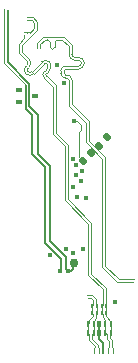
<source format=gbr>
%TF.GenerationSoftware,KiCad,Pcbnew,7.0.9-7.0.9~ubuntu22.04.1*%
%TF.CreationDate,2023-12-01T07:42:16+01:00*%
%TF.ProjectId,jetson-orin-baseboard,6a657473-6f6e-42d6-9f72-696e2d626173,1.1.1*%
%TF.SameCoordinates,Original*%
%TF.FileFunction,Copper,L1,Top*%
%TF.FilePolarity,Positive*%
%FSLAX46Y46*%
G04 Gerber Fmt 4.6, Leading zero omitted, Abs format (unit mm)*
G04 Created by KiCad (PCBNEW 7.0.9-7.0.9~ubuntu22.04.1) date 2023-12-01 07:42:16*
%MOMM*%
%LPD*%
G01*
G04 APERTURE LIST*
G04 Aperture macros list*
%AMRoundRect*
0 Rectangle with rounded corners*
0 $1 Rounding radius*
0 $2 $3 $4 $5 $6 $7 $8 $9 X,Y pos of 4 corners*
0 Add a 4 corners polygon primitive as box body*
4,1,4,$2,$3,$4,$5,$6,$7,$8,$9,$2,$3,0*
0 Add four circle primitives for the rounded corners*
1,1,$1+$1,$2,$3*
1,1,$1+$1,$4,$5*
1,1,$1+$1,$6,$7*
1,1,$1+$1,$8,$9*
0 Add four rect primitives between the rounded corners*
20,1,$1+$1,$2,$3,$4,$5,0*
20,1,$1+$1,$4,$5,$6,$7,0*
20,1,$1+$1,$6,$7,$8,$9,0*
20,1,$1+$1,$8,$9,$2,$3,0*%
G04 Aperture macros list end*
%TA.AperFunction,NonConductor*%
%ADD10C,0.125000*%
%TD*%
%TA.AperFunction,SMDPad,CuDef*%
%ADD11R,0.510000X0.400000*%
%TD*%
%TA.AperFunction,SMDPad,CuDef*%
%ADD12RoundRect,0.062500X-0.062500X-0.212500X0.062500X-0.212500X0.062500X0.212500X-0.062500X0.212500X0*%
%TD*%
%TA.AperFunction,SMDPad,CuDef*%
%ADD13RoundRect,0.100000X-0.100000X-0.175000X0.100000X-0.175000X0.100000X0.175000X-0.100000X0.175000X0*%
%TD*%
%TA.AperFunction,SMDPad,CuDef*%
%ADD14RoundRect,0.147500X0.017678X-0.226274X0.226274X-0.017678X-0.017678X0.226274X-0.226274X0.017678X0*%
%TD*%
%TA.AperFunction,SMDPad,CuDef*%
%ADD15C,0.750000*%
%TD*%
%TA.AperFunction,SMDPad,CuDef*%
%ADD16RoundRect,0.147500X-0.017678X0.226274X-0.226274X0.017678X0.017678X-0.226274X0.226274X-0.017678X0*%
%TD*%
%TA.AperFunction,SMDPad,CuDef*%
%ADD17RoundRect,0.050000X-0.050000X-0.150000X0.050000X-0.150000X0.050000X0.150000X-0.050000X0.150000X0*%
%TD*%
%TA.AperFunction,ViaPad*%
%ADD18C,0.450000*%
%TD*%
%TA.AperFunction,Conductor*%
%ADD19C,0.200000*%
%TD*%
%TA.AperFunction,Conductor*%
%ADD20C,0.125000*%
%TD*%
%TA.AperFunction,Conductor*%
%ADD21C,0.155000*%
%TD*%
%TA.AperFunction,Conductor*%
%ADD22C,0.150000*%
%TD*%
G04 APERTURE END LIST*
D10*
X93425000Y-117925000D02*
X93425000Y-118625000D01*
X93025000Y-117950000D02*
X93025000Y-118650000D01*
X94225000Y-117950000D02*
X94225000Y-118650000D01*
X93825000Y-117975000D02*
X93825000Y-118675000D01*
D11*
%TO.P,Q2,1,G*%
%TO.N,+3V3*%
X86850000Y-99700000D03*
%TO.P,Q2,2,S*%
%TO.N,GND*%
X86850000Y-100698000D03*
%TO.P,Q2,3,D*%
X88152000Y-100200000D03*
%TD*%
D12*
%TO.P,U45,1*%
%TO.N,/HDMI/HDMI_CLK_CONN_N*%
X92625000Y-120287000D03*
%TO.P,U45,2*%
%TO.N,/HDMI/HDMI_CLK_CONN_P*%
X93125000Y-120287000D03*
D13*
%TO.P,U45,3*%
%TO.N,GND*%
X93625000Y-120287000D03*
D12*
%TO.P,U45,4*%
%TO.N,/HDMI/HDMI_D0_CONN_N*%
X94123000Y-120287000D03*
%TO.P,U45,5*%
%TO.N,/HDMI/HDMI_D0_CONN_P*%
X94623000Y-120287000D03*
%TO.P,U45,6*%
X94623000Y-119515000D03*
%TO.P,U45,7*%
%TO.N,/HDMI/HDMI_D0_CONN_N*%
X94123000Y-119515000D03*
D13*
%TO.P,U45,8*%
%TO.N,GND*%
X93625000Y-119515000D03*
D12*
%TO.P,U45,9*%
%TO.N,/HDMI/HDMI_CLK_CONN_P*%
X93125000Y-119515000D03*
%TO.P,U45,10*%
%TO.N,/HDMI/HDMI_CLK_CONN_N*%
X92625000Y-119515000D03*
%TD*%
D14*
%TO.P,R209,1*%
%TO.N,GND*%
X92247053Y-105752947D03*
%TO.P,R209,2*%
%TO.N,/HDMI/HDMI_D2_N*%
X92932947Y-105067053D03*
%TD*%
D15*
%TO.P,TP57,1,1*%
%TO.N,/HDMI/HDMI_SCL_3V3*%
X91450800Y-114400000D03*
%TD*%
D16*
%TO.P,R210,1*%
%TO.N,GND*%
X94262947Y-103737053D03*
%TO.P,R210,2*%
%TO.N,/HDMI/HDMI_D2_P*%
X93577053Y-104422947D03*
%TD*%
D17*
%TO.P,R34,1,R1.1*%
%TO.N,/HDMI/HDMI_CLK_CONN_N*%
X93025000Y-118598000D03*
%TO.P,R34,2,R2.1*%
%TO.N,/HDMI/HDMI_CLK_CONN_P*%
X93423000Y-118598000D03*
%TO.P,R34,3,R3.1*%
%TO.N,/HDMI/HDMI_D0_CONN_N*%
X93825000Y-118598000D03*
%TO.P,R34,4,R4.1*%
%TO.N,/HDMI/HDMI_D0_CONN_P*%
X94223000Y-118598000D03*
%TO.P,R34,5,R4.2*%
%TO.N,/HDMI/HDMI_D0_P*%
X94223000Y-118000000D03*
%TO.P,R34,6,R3.2*%
%TO.N,/HDMI/HDMI_D0_N*%
X93825000Y-118000000D03*
%TO.P,R34,7,R2.2*%
%TO.N,/HDMI/HDMI_CLK_P*%
X93423000Y-118000000D03*
%TO.P,R34,8,R1.2*%
%TO.N,/HDMI/HDMI_CLK_N*%
X93025000Y-118000000D03*
%TD*%
D18*
%TO.N,GND*%
X91450000Y-102350000D03*
X91750000Y-108800000D03*
X94962501Y-117706675D03*
%TO.N,Net-(A1-Pad124)*%
X89410307Y-113668914D03*
%TO.N,CSIA_FLG*%
X92272500Y-113200000D03*
%TO.N,CSIB_FLG*%
X92500000Y-108850000D03*
%TO.N,I2S1_SDOUT*%
X92100688Y-107399312D03*
%TO.N,I2S1_SDIN*%
X91664500Y-106949833D03*
%TO.N,I2S1_LRCK*%
X92150000Y-106537833D03*
%TO.N,I2S1_SCLK*%
X91664500Y-106101467D03*
%TO.N,USBC0_FLG*%
X90800000Y-113150000D03*
%TO.N,USBC1_FLG*%
X91412000Y-113500000D03*
%TO.N,DISABLE_POE_DCDC*%
X91400000Y-107900000D03*
%TO.N,/HDMI/HDMI_SCL_3V3*%
X90950000Y-115050000D03*
%TO.N,USBC1_PEN*%
X91430000Y-105540000D03*
%TO.N,USBC_HPD*%
X90625000Y-99125000D03*
%TO.N,/HDMI/HDMI_SDA_3V3*%
X90250000Y-115050000D03*
%TO.N,/HDMI/HDMI_HPD*%
X90000000Y-97640000D03*
%TD*%
D19*
%TO.N,GND*%
X93950000Y-122000000D02*
X93950000Y-121150000D01*
D20*
X92050000Y-102650000D02*
X92050000Y-103100000D01*
X91750000Y-102350000D02*
X92050000Y-102650000D01*
X91900000Y-103250000D02*
X91900000Y-105405894D01*
X91900000Y-105405894D02*
X92247053Y-105752947D01*
X92050000Y-103100000D02*
X91900000Y-103250000D01*
D19*
X93625000Y-120825000D02*
X93625000Y-120285000D01*
X93625000Y-119515000D02*
X93625000Y-120285000D01*
X93950000Y-121150000D02*
X93625000Y-120825000D01*
D20*
X91450000Y-102350000D02*
X91750000Y-102350000D01*
%TO.N,/HDMI/HDMI_D2_N*%
X93855000Y-105531777D02*
X93855000Y-114711778D01*
X92475000Y-104151777D02*
X93855000Y-105531777D01*
X91545000Y-97195000D02*
X91852451Y-97195000D01*
X90095000Y-95455000D02*
X90498222Y-95455000D01*
X91045000Y-96001778D02*
X91045000Y-96695000D01*
X88981778Y-95455000D02*
X89245000Y-95455000D01*
X91045000Y-98861225D02*
X91045000Y-101041778D01*
X90337549Y-98111225D02*
X90337549Y-98278775D01*
X92475000Y-102471778D02*
X92475000Y-104151777D01*
X91045000Y-101041778D02*
X92475000Y-102471778D01*
X90498222Y-95455000D02*
X91045000Y-96001778D01*
X90753774Y-98695000D02*
X90878775Y-98695000D01*
X88575000Y-96197500D02*
X88575000Y-95861778D01*
X95148222Y-116005000D02*
X96458222Y-116005000D01*
X90753774Y-97695000D02*
X91852451Y-97695000D01*
X89845000Y-96063730D02*
X89845000Y-95655000D01*
X88575000Y-95861778D02*
X88981778Y-95455000D01*
X90045000Y-95455000D02*
X90095000Y-95455000D01*
X89445000Y-95655000D02*
X89445000Y-96063730D01*
X93855000Y-114711778D02*
X95148222Y-116005000D01*
X90337600Y-98278775D02*
G75*
G03*
X90753774Y-98695000I416200J-25D01*
G01*
X92102500Y-97445000D02*
G75*
G03*
X91852451Y-97195000I-250000J0D01*
G01*
X90753774Y-97694949D02*
G75*
G03*
X90337549Y-98111225I26J-416251D01*
G01*
X91045000Y-98861225D02*
G75*
G03*
X90878775Y-98695000I-166200J25D01*
G01*
X89445000Y-95655000D02*
G75*
G03*
X89245000Y-95455000I-200000J0D01*
G01*
X89444970Y-96063730D02*
G75*
G03*
X89645000Y-96263730I200030J30D01*
G01*
X89645000Y-96263700D02*
G75*
G03*
X89845000Y-96063730I0J200000D01*
G01*
X91852451Y-97694951D02*
G75*
G03*
X92102451Y-97445000I49J249951D01*
G01*
X90045000Y-95455000D02*
G75*
G03*
X89845000Y-95655000I0J-200000D01*
G01*
X91045000Y-96695000D02*
G75*
G03*
X91545000Y-97195000I500000J0D01*
G01*
%TO.N,/HDMI/HDMI_D0_N*%
X87898222Y-93825000D02*
X87492500Y-93825000D01*
X87400712Y-98349380D02*
X87400712Y-98349381D01*
X88900804Y-97521042D02*
X88072464Y-98349382D01*
X93900000Y-117925000D02*
X93900000Y-116576778D01*
X87266635Y-95109097D02*
X87250283Y-95092745D01*
X87400711Y-97677630D02*
X87400712Y-97677629D01*
X92685000Y-115361778D02*
X92685000Y-111061778D01*
X86825000Y-96591777D02*
X87496683Y-97263457D01*
X87250283Y-94845258D02*
X87250282Y-94845258D01*
X90675000Y-104451777D02*
X89675000Y-103451777D01*
X88125000Y-94051778D02*
X87898222Y-93825000D01*
X89675000Y-99441777D02*
X88981610Y-98748386D01*
X87761611Y-94861611D02*
X88125000Y-94498222D01*
X90675000Y-109051778D02*
X90675000Y-104451777D01*
X88125000Y-94498222D02*
X88125000Y-94051778D01*
X88981610Y-98076634D02*
X89219003Y-97839240D01*
X87400712Y-97677629D02*
X87496683Y-97581655D01*
X87497770Y-94845258D02*
X87514123Y-94861611D01*
X87250283Y-95092745D02*
X87250283Y-95092744D01*
X86825000Y-96591777D02*
X86825000Y-95798222D01*
X88900804Y-97521041D02*
X88900804Y-97521042D01*
X86825000Y-95798222D02*
X87266635Y-95356585D01*
X93900000Y-116576778D02*
X92685000Y-115361778D01*
X89675000Y-103451777D02*
X89675000Y-99441777D01*
X93825000Y-118000000D02*
X93900000Y-117925000D01*
X92685000Y-111061778D02*
X90675000Y-109051778D01*
X87514124Y-94861610D02*
G75*
G03*
X87761610Y-94861610I123743J123745D01*
G01*
X89219000Y-97521045D02*
G75*
G03*
X88900804Y-97521041I-159100J-159055D01*
G01*
X89218961Y-97839198D02*
G75*
G03*
X89219002Y-97521043I-159061J159098D01*
G01*
X87496726Y-97581698D02*
G75*
G03*
X87496682Y-97263458I-159126J159098D01*
G01*
X88981600Y-98076624D02*
G75*
G03*
X88981610Y-98748386I335900J-335876D01*
G01*
X87266594Y-95356544D02*
G75*
G03*
X87266635Y-95109097I-123694J123744D01*
G01*
X87400706Y-97677625D02*
G75*
G03*
X87400712Y-98349381I335894J-335875D01*
G01*
X87400723Y-98349369D02*
G75*
G03*
X88072464Y-98349382I335877J335869D01*
G01*
X87497769Y-94845259D02*
G75*
G03*
X87250283Y-94845259I-123743J-123745D01*
G01*
X87250282Y-94845257D02*
G75*
G03*
X87250283Y-95092744I123718J-123743D01*
G01*
%TO.N,/HDMI/HDMI_CLK_N*%
X92661777Y-117315000D02*
X92918222Y-117315000D01*
X93100000Y-117925000D02*
X93025000Y-118000000D01*
X92918222Y-117315000D02*
X93100000Y-117496778D01*
X93100000Y-117496778D02*
X93100000Y-117925000D01*
%TO.N,/HDMI/HDMI_D2_P*%
X88878222Y-95205000D02*
X90601778Y-95205000D01*
X91295000Y-100938222D02*
X92725000Y-102368222D01*
X91295000Y-95898222D02*
X91295000Y-96695000D01*
X90753774Y-97945000D02*
X91852451Y-97945000D01*
X91545000Y-96945000D02*
X91852451Y-96945000D01*
X95251778Y-115755000D02*
X96561778Y-115755000D01*
X88325000Y-96197500D02*
X88325000Y-95758222D01*
X90753774Y-98445000D02*
X90878775Y-98445000D01*
X91295000Y-98861225D02*
X91295000Y-100938222D01*
X94105000Y-114608222D02*
X95251778Y-115755000D01*
X90601778Y-95205000D02*
X91295000Y-95898222D01*
X92725000Y-104048223D02*
X94105000Y-105428223D01*
X94105000Y-105428223D02*
X94105000Y-114608222D01*
X90587549Y-98111225D02*
X90587549Y-98278775D01*
X92725000Y-102368222D02*
X92725000Y-104048223D01*
X88325000Y-95758222D02*
X88878222Y-95205000D01*
X91852451Y-97945051D02*
G75*
G03*
X92352451Y-97445000I-51J500051D01*
G01*
X90753774Y-97944949D02*
G75*
G03*
X90587549Y-98111225I26J-166251D01*
G01*
X91295000Y-96695000D02*
G75*
G03*
X91545000Y-96945000I250000J0D01*
G01*
X91295000Y-98861225D02*
G75*
G03*
X90878775Y-98445000I-416200J25D01*
G01*
X92352400Y-97445000D02*
G75*
G03*
X91852451Y-96945000I-500000J0D01*
G01*
X90587600Y-98278775D02*
G75*
G03*
X90753774Y-98445000I166200J-25D01*
G01*
%TO.N,/HDMI/HDMI_D0_P*%
X94150000Y-116473222D02*
X92935000Y-115258222D01*
X94225000Y-118000000D02*
X94150000Y-117925000D01*
X90925000Y-104348223D02*
X89925000Y-103348223D01*
X92935000Y-110958222D02*
X90925000Y-108948222D01*
X87577489Y-97854406D02*
X87673460Y-97758432D01*
X88001778Y-93575000D02*
X87492500Y-93575000D01*
X90925000Y-108948222D02*
X90925000Y-104348223D01*
X89925000Y-99338223D02*
X89158387Y-98571609D01*
X87673459Y-97086681D02*
X87673461Y-97086682D01*
X89158387Y-98253411D02*
X89395780Y-98016017D01*
X94150000Y-117925000D02*
X94150000Y-116473222D01*
X87673461Y-97086682D02*
X87075000Y-96488222D01*
X88375000Y-93948222D02*
X88001778Y-93575000D01*
X92935000Y-115258222D02*
X92935000Y-110958222D01*
X88724029Y-97344265D02*
X88724028Y-97344266D01*
X88724028Y-97344266D02*
X87895686Y-98172604D01*
X89395780Y-97344265D02*
X89395780Y-97344266D01*
X87577487Y-97854405D02*
X87577489Y-97854406D01*
X87075000Y-96488222D02*
X87075000Y-95901778D01*
X87075000Y-95901778D02*
X88375000Y-94601778D01*
X89925000Y-103348223D02*
X89925000Y-99338223D01*
X88375000Y-94601778D02*
X88375000Y-93948222D01*
X87577483Y-97854401D02*
G75*
G03*
X87577488Y-98172604I159117J-159099D01*
G01*
X87673502Y-97758474D02*
G75*
G03*
X87673458Y-97086682I-335902J335874D01*
G01*
X89158378Y-98253402D02*
G75*
G03*
X89158388Y-98571608I159122J-159098D01*
G01*
X89395775Y-97344271D02*
G75*
G03*
X88724030Y-97344266I-335875J-335829D01*
G01*
X89395739Y-98015976D02*
G75*
G03*
X89395780Y-97344265I-335839J335876D01*
G01*
X87577489Y-98172603D02*
G75*
G03*
X87895685Y-98172603I159098J159098D01*
G01*
%TO.N,/HDMI/HDMI_CLK_P*%
X92558223Y-117065000D02*
X93021778Y-117065000D01*
X93021778Y-117065000D02*
X93350000Y-117393222D01*
X93350000Y-117925000D02*
X93425000Y-118000000D01*
X93350000Y-117393222D02*
X93350000Y-117925000D01*
%TO.N,/HDMI/HDMI_CLK_CONN_N*%
X93225000Y-121490000D02*
X93225000Y-121391778D01*
X93100000Y-118883222D02*
X93100000Y-118675000D01*
X93100000Y-118675000D02*
X93025000Y-118600000D01*
X93225000Y-121391778D02*
X92750000Y-120916778D01*
X92625000Y-119515000D02*
X92750000Y-119390000D01*
X92750000Y-120410000D02*
X92625000Y-120285000D01*
X93150000Y-121950000D02*
X93150000Y-121565000D01*
X92750000Y-119233222D02*
X93100000Y-118883222D01*
X92750000Y-120916778D02*
X92750000Y-120410000D01*
X92750000Y-119390000D02*
X92750000Y-119233222D01*
X92625000Y-119515000D02*
X92625000Y-120285000D01*
X93150000Y-121565000D02*
X93225000Y-121490000D01*
%TO.N,/HDMI/HDMI_CLK_CONN_P*%
X93550000Y-121565000D02*
X93475000Y-121490000D01*
X93000000Y-120410000D02*
X93125000Y-120285000D01*
X93000000Y-120813222D02*
X93000000Y-120410000D01*
X93125000Y-119515000D02*
X93125000Y-119275000D01*
X93350000Y-119050000D02*
X93350000Y-118675000D01*
X93350000Y-118675000D02*
X93425000Y-118600000D01*
X93550000Y-121950000D02*
X93550000Y-121565000D01*
X93125000Y-119275000D02*
X93350000Y-119050000D01*
X93125000Y-119515000D02*
X93125000Y-120285000D01*
X93475000Y-121288222D02*
X93000000Y-120813222D01*
X93475000Y-121490000D02*
X93475000Y-121288222D01*
%TO.N,/HDMI/HDMI_D0_CONN_N*%
X94350000Y-121565000D02*
X94350000Y-121950000D01*
X94425000Y-121490000D02*
X94350000Y-121565000D01*
X94250000Y-120410000D02*
X94250000Y-120796778D01*
X94125000Y-119515000D02*
X94125000Y-119201778D01*
X94125000Y-119515000D02*
X94125000Y-120285000D01*
X94125000Y-119201778D02*
X93900000Y-118976778D01*
X93900000Y-118675000D02*
X93825000Y-118600000D01*
X93900000Y-118976778D02*
X93900000Y-118675000D01*
X94425000Y-120971778D02*
X94425000Y-121490000D01*
X94125000Y-120285000D02*
X94250000Y-120410000D01*
X94250000Y-120796778D02*
X94425000Y-120971778D01*
%TO.N,/HDMI/HDMI_D0_CONN_P*%
X94625000Y-119348222D02*
X94150000Y-118873222D01*
X94150000Y-118873222D02*
X94150000Y-118675000D01*
X94750000Y-121565000D02*
X94750000Y-121950000D01*
X94625000Y-119515000D02*
X94625000Y-120285000D01*
X94500000Y-120693222D02*
X94675000Y-120868222D01*
X94675000Y-120868222D02*
X94675000Y-121490000D01*
X94500000Y-120410000D02*
X94500000Y-120693222D01*
X94625000Y-120285000D02*
X94500000Y-120410000D01*
X94675000Y-121490000D02*
X94750000Y-121565000D01*
X94625000Y-119515000D02*
X94625000Y-119348222D01*
X94150000Y-118675000D02*
X94225000Y-118600000D01*
D21*
%TO.N,/HDMI/HDMI_SCL_3V3*%
X90800000Y-114900000D02*
X90800000Y-113900000D01*
X91400000Y-114900000D02*
X91400000Y-114400000D01*
X88400000Y-105150000D02*
X88400000Y-104500000D01*
D22*
X87690000Y-99190000D02*
X87690000Y-101090000D01*
X85875000Y-92925000D02*
X85875000Y-97375000D01*
D21*
X89400000Y-106150000D02*
X88400000Y-105150000D01*
X89400000Y-112500000D02*
X89400000Y-106150000D01*
X90800000Y-113900000D02*
X89400000Y-112500000D01*
X90950000Y-115050000D02*
X91250000Y-115050000D01*
D22*
X87690000Y-101090000D02*
X88400000Y-101800000D01*
X88400000Y-101800000D02*
X88400000Y-104500000D01*
D21*
X90950000Y-115050000D02*
X90800000Y-114900000D01*
D22*
X85875000Y-97375000D02*
X87690000Y-99190000D01*
D21*
X91250000Y-115050000D02*
X91400000Y-114900000D01*
D20*
%TO.N,/HDMI/HDMI_SDA_3V3*%
X85550000Y-92850000D02*
X85550000Y-97450000D01*
D21*
X87900000Y-104499600D02*
X87900000Y-105100000D01*
X89050000Y-106250000D02*
X89050000Y-112650000D01*
D22*
X87900000Y-104499600D02*
X87900000Y-101830000D01*
D20*
X85550000Y-97450000D02*
X87400000Y-99300000D01*
D21*
X90400000Y-114000000D02*
X90400000Y-114900000D01*
D22*
X87400000Y-101330000D02*
X87400000Y-99300000D01*
D21*
X89050000Y-112650000D02*
X90400000Y-114000000D01*
X90400000Y-114900000D02*
X90250000Y-115050000D01*
D22*
X87900000Y-101830000D02*
X87400000Y-101330000D01*
D21*
X87900000Y-105100000D02*
X89050000Y-106250000D01*
%TD*%
M02*

</source>
